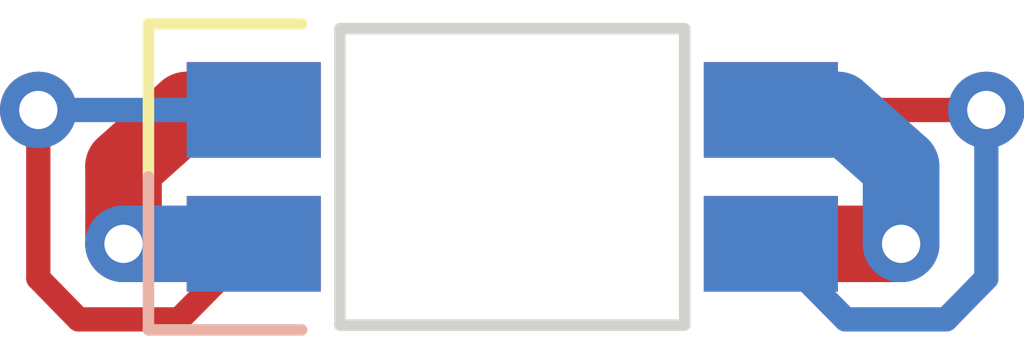
<source format=kicad_pcb>

            
(kicad_pcb (version 20171130) (host pcbnew 5.1.6)

  (page A3)
  (title_block
    (title test)
    (rev 0.1)
    (company ceoloide)
  )

  (general
    (thickness 1.6)
  )

  (layers
    (0 F.Cu signal)
    (31 B.Cu signal)
    (32 B.Adhes user)
    (33 F.Adhes user)
    (34 B.Paste user)
    (35 F.Paste user)
    (36 B.SilkS user)
    (37 F.SilkS user)
    (38 B.Mask user)
    (39 F.Mask user)
    (40 Dwgs.User user)
    (41 Cmts.User user)
    (42 Eco1.User user)
    (43 Eco2.User user)
    (44 Edge.Cuts user)
    (45 Margin user)
    (46 B.CrtYd user)
    (47 F.CrtYd user)
    (48 B.Fab user)
    (49 F.Fab user)
  )

  (setup
    (last_trace_width 0.25)
    (trace_clearance 0.2)
    (zone_clearance 0.508)
    (zone_45_only no)
    (trace_min 0.2)
    (via_size 0.8)
    (via_drill 0.4)
    (via_min_size 0.4)
    (via_min_drill 0.3)
    (uvia_size 0.3)
    (uvia_drill 0.1)
    (uvias_allowed no)
    (uvia_min_size 0.2)
    (uvia_min_drill 0.1)
    (edge_width 0.05)
    (segment_width 0.2)
    (pcb_text_width 0.3)
    (pcb_text_size 1.5 1.5)
    (mod_edge_width 0.12)
    (mod_text_size 1 1)
    (mod_text_width 0.15)
    (pad_size 1.524 1.524)
    (pad_drill 0.762)
    (pad_to_mask_clearance 0.05)
    (aux_axis_origin 0 0)
    (visible_elements FFFFFF7F)
    (pcbplotparams
      (layerselection 0x010fc_ffffffff)
      (usegerberextensions false)
      (usegerberattributes true)
      (usegerberadvancedattributes true)
      (creategerberjobfile true)
      (excludeedgelayer true)
      (linewidth 0.100000)
      (plotframeref false)
      (viasonmask false)
      (mode 1)
      (useauxorigin false)
      (hpglpennumber 1)
      (hpglpenspeed 20)
      (hpglpendiameter 15.000000)
      (psnegative false)
      (psa4output false)
      (plotreference true)
      (plotvalue true)
      (plotinvisibletext false)
      (padsonsilk false)
      (subtractmaskfromsilk false)
      (outputformat 1)
      (mirror false)
      (drillshape 1)
      (scaleselection 1)
      (outputdirectory ""))
  )

            (net 0 "")
(net 1 "VCC")
(net 2 "DOUT")
(net 3 "GND")
(net 4 "DIN")
            
  (net_class Default "This is the default net class."
    (clearance 0.2)
    (trace_width 0.25)
    (via_dia 0.8)
    (via_drill 0.4)
    (uvia_dia 0.3)
    (uvia_drill 0.1)
    (add_net "")
(add_net "VCC")
(add_net "DOUT")
(add_net "GND")
(add_net "DIN")
  )

            
      (module "ceoloide:YS-SK6812MINI-E (underglow)" (layer B.Cu) (tedit 5F70BC98)
        (at 0 0 0)

        (fp_text reference "LED1" (at -4.75 0 90) (layer B.SilkS) hide
          (effects (font (size 1 1) (thickness 0.153)))
        )

        (fp_line (start -1.6 -1.4) (end 1.6 -1.4) (layer Dwgs.User) (width 0.12))
        (fp_line (start -1.6 1.4) (end 1.6 1.4) (layer Dwgs.User) (width 0.12))
        (fp_line (start -1.6 -1.4) (end -1.6 1.4) (layer Dwgs.User) (width 0.12))
        (fp_line (start 1.6 -1.4) (end 1.6 1.4) (layer Dwgs.User) (width 0.12))
        (fp_line (start -1.6 -1.05) (end -2.94 -1.05) (layer Dwgs.User) (width 0.12))
        (fp_line (start -2.94 -1.05) (end -2.94 -0.37) (layer Dwgs.User) (width 0.12))
        (fp_line (start -2.94 -0.37) (end -1.6 -0.37) (layer Dwgs.User) (width 0.12))
        (fp_line (start -1.6 0.35) (end -2.94 0.35) (layer Dwgs.User) (width 0.12))
        (fp_line (start -2.94 1.03) (end -1.6 1.03) (layer Dwgs.User) (width 0.12))
        (fp_line (start -2.94 0.35) (end -2.94 1.03) (layer Dwgs.User) (width 0.12))
        (fp_line (start 1.6 1.03) (end 2.94 1.03) (layer Dwgs.User) (width 0.12))
        (fp_line (start 2.94 0.35) (end 1.6 0.35) (layer Dwgs.User) (width 0.12))
        (fp_line (start 2.94 1.03) (end 2.94 0.35) (layer Dwgs.User) (width 0.12))
        (fp_line (start 1.6 -0.37) (end 2.94 -0.37) (layer Dwgs.User) (width 0.12))
        (fp_line (start 2.94 -1.05) (end 1.6 -1.05) (layer Dwgs.User) (width 0.12))
        (fp_line (start 2.94 -0.37) (end 2.94 -1.05) (layer Dwgs.User) (width 0.12))
    
    (fp_line (start -1.6 -0.7) (end -0.8 -1.4) (layer Dwgs.User) (width 0.12))

    
        (fp_line (start -3.8 -1.6) (end -2.2 -1.6) (layer F.SilkS) (width 0.12))
        (fp_line (start -3.8 0) (end -3.8 -1.6) (layer F.SilkS) (width 0.12))
        (pad 4 smd rect (at -2.70 0.7 0) (size 1.4 1) (layers F.Cu F.Paste F.Mask) (net 4 "DIN"))
        (pad 3 smd rect (at -2.70 -0.7 0) (size 1.4 1) (layers F.Cu F.Paste F.Mask) (net 3 "GND"))
        (pad 1 smd rect (at 2.70 0.7 0) (size 1.4 1) (layers F.Cu F.Paste F.Mask) (net 1 "VCC"))
        (pad 2 smd rect (at 2.70 -0.7 0) (size 1.4 1) (layers F.Cu F.Paste F.Mask) (net 2 "DOUT"))
    
        (fp_poly
          (pts
            (xy 1.6 -1.05)
            (xy 2.94 -1.05)
            (xy 2.94 -0.37)
            (xy 1.6 -0.37)
            (xy 1.6 0.35)
            (xy 2.94 0.35)
            (xy 2.94 1.03)
            (xy 1.6 1.03)
            (xy 1.6 1.4)
            (xy -1.6 1.4)
            (xy -1.6 1.03)
            (xy -2.94 1.03)
            (xy -2.94 0.35)
            (xy -1.6 0.35)
            (xy -1.6 -0.37)
            (xy -2.94 -0.37)
            (xy -2.94 -1.05)
            (xy -1.6 -1.05)
            (xy -1.6 -1.4)
            (xy 1.6 -1.4)
          )
          (width 0.1) (fill none) (layer "B.CrtYd"))
    
    (fp_line (start -1.6 -0.7) (end -0.8 -1.4) (layer Dwgs.User) (width 0.12))

    
        (fp_line (start -3.8 1.6) (end -2.2 1.6) (layer B.SilkS) (width 0.12))
        (fp_line (start -3.8 0) (end -3.8 1.6) (layer B.SilkS) (width 0.12))
        (pad 2 smd rect (at 2.70 0.7 0) (size 1.4 1) (layers B.Cu B.Paste B.Mask) (net 2 "DOUT"))
        (pad 1 smd rect (at 2.70 -0.7 0) (size 1.4 1) (layers B.Cu B.Paste B.Mask) (net 1 "VCC"))
        (pad 3 smd rect (at -2.70 0.7 0) (size 1.4 1) (layers B.Cu B.Paste B.Mask) (net 3 "GND"))
        (pad 4 smd rect (at -2.70 -0.7 0) (size 1.4 1) (layers B.Cu B.Paste B.Mask) (net 4 "DIN"))
    
        (fp_poly
          (pts
            (xy 1.6 -1.05)
            (xy 2.94 -1.05)
            (xy 2.94 -0.37)
            (xy 1.6 -0.37)
            (xy 1.6 0.35)
            (xy 2.94 0.35)
            (xy 2.94 1.03)
            (xy 1.6 1.03)
            (xy 1.6 1.4)
            (xy -1.6 1.4)
            (xy -1.6 1.03)
            (xy -2.94 1.03)
            (xy -2.94 0.35)
            (xy -1.6 0.35)
            (xy -1.6 -0.37)
            (xy -2.94 -0.37)
            (xy -2.94 -1.05)
            (xy -1.6 -1.05)
            (xy -1.6 -1.4)
            (xy 1.6 -1.4)
          )
          (width 0.1) (fill none) (layer "B.CrtYd"))
    
        (fp_line (start -1.8 -1.55) (end -1.8 1.55) (layer Edge.Cuts) (width 0.12))
        (fp_line (start -1.8 1.55) (end 1.8 1.55) (layer Edge.Cuts) (width 0.12))
        (fp_line (start 1.8 1.55) (end 1.8 -1.55) (layer Edge.Cuts) (width 0.12))
        (fp_line (start 1.8 -1.55) (end -1.8 -1.55) (layer Edge.Cuts) (width 0.12))
      )
    
      (zone (net 0) (net_name "") (layers "F&B.Cu") (hatch edge 0.3)
        (connect_pads (clearance 0))
        (min_thickness 0.25)
        (keepout (tracks not_allowed) (vias not_allowed) (copperpour not_allowed))
        (fill (thermal_gap 0.5) (thermal_bridge_width 0.5))
        (polygon
          (pts
            (xy -2.00 -1.85)
            (xy 2.00 -1.85)
            (xy 2.00 1.85)
            (xy -2.00 1.85)
          )
        )
      )
    
    
    (segment (start 3.40 -0.70) (end 4.06 -0.11) (width 0.8) (layer "B.Cu") (net 1))
    (segment (start 4.06 -0.11) (end 4.06 0.70) (width 0.8) (layer "B.Cu") (net 1))
    (segment (start 2.70 -0.70) (end 3.40 -0.70) (width 0.8) (layer "B.Cu") (net 1))
    (via (at 4.06 0.70) (size 0.8) (drill 0.4) (layers "F.Cu" "B.Cu") (net 1))
    (segment (start 2.70 0.70) (end 4.06 0.70) (width 0.8) (layer "F.Cu") (net 1))
    
    (segment (start 4.95 -0.70) (end 2.70 -0.70) (width 0.254) (layer "F.Cu") (net 2))
    (via (at 4.95 -0.70) (size 0.8) (drill 0.4) (layers "F.Cu" "B.Cu") (net 2))
    (segment (start 2.70 0.70) (end 3.48 1.49) (width 0.254) (layer "B.Cu") (net 2))
    (segment (start 3.48 1.49) (end 4.53 1.49) (width 0.254) (layer "B.Cu") (net 2))
    (segment (start 4.95 1.06) (end 4.95 -0.70) (width 0.254) (layer "B.Cu") (net 2))
    (segment (start 4.53 1.49) (end 4.95 1.06) (width 0.254) (layer "B.Cu") (net 2))
    
    (segment (start -3.40 -0.70) (end -4.06 -0.11) (width 0.8) (layer "F.Cu") (net 3))
    (segment (start -4.06 -0.11) (end -4.06 0.70) (width 0.8) (layer "F.Cu") (net 3))
    (segment (start -2.70 -0.70) (end -3.40 -0.70) (width 0.8) (layer "F.Cu") (net 3))
    (via (at -4.06 0.70) (size 0.8) (drill 0.4) (layers "F.Cu" "B.Cu") (net 3))
    (segment (start -2.70 0.70) (end -4.06 0.70) (width 0.8) (layer "B.Cu") (net 3))
    
    (segment (start -4.95 -0.70) (end -2.70 -0.70) (width 0.254) (layer "B.Cu") (net 4))
    (via (at -4.95 -0.70) (size 0.8) (drill 0.4) (layers "F.Cu" "B.Cu") (net 4))
    (segment (start -2.70 0.70) (end -3.48 1.49) (width 0.254) (layer "F.Cu") (net 4))
    (segment (start -3.48 1.49) (end -4.53 1.49) (width 0.254) (layer "F.Cu") (net 4))
    (segment (start -4.95 1.06) (end -4.95 -0.70) (width 0.254) (layer "F.Cu") (net 4))
    (segment (start -4.53 1.49) (end -4.95 1.06) (width 0.254) (layer "F.Cu") (net 4))
    
            
            
)

        
</source>
